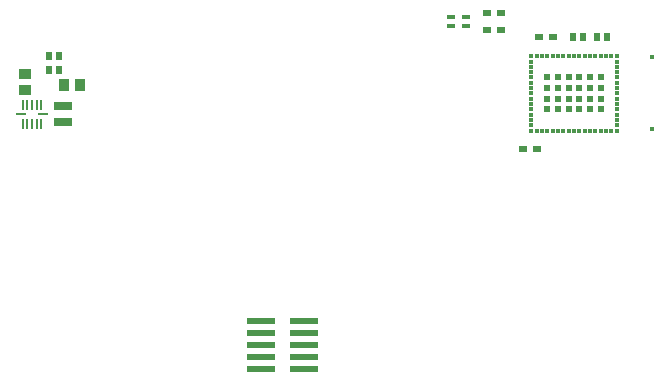
<source format=gbr>
%TF.GenerationSoftware,Altium Limited,Altium Designer,23.4.1 (23)*%
G04 Layer_Color=8421504*
%FSLAX45Y45*%
%MOMM*%
%TF.SameCoordinates,38C36DA3-20F4-41F3-B595-29ED6E075D57*%
%TF.FilePolarity,Positive*%
%TF.FileFunction,Paste,Top*%
%TF.Part,Single*%
G01*
G75*
%TA.AperFunction,SMDPad,CuDef*%
%ADD10R,0.43000X0.43000*%
%TA.AperFunction,BGAPad,CuDef*%
%ADD11R,0.60000X0.60000*%
%TA.AperFunction,ConnectorPad*%
%ADD12R,0.35000X0.30000*%
%TA.AperFunction,SMDPad,CuDef*%
%ADD13R,0.35000X0.35000*%
%TA.AperFunction,ConnectorPad*%
%ADD14R,0.30000X0.35000*%
%TA.AperFunction,SMDPad,CuDef*%
%ADD15R,0.75000X0.60000*%
%ADD16R,0.60000X0.64000*%
%ADD17R,2.40000X0.56000*%
%ADD18R,0.70000X0.40000*%
%ADD19R,0.86360X0.20320*%
%ADD20R,0.20320X0.86360*%
%ADD21R,1.60000X0.65000*%
%ADD22R,1.00000X0.90000*%
%ADD23R,0.90000X1.00000*%
D10*
X8423500Y4765000D02*
D03*
Y5375000D02*
D03*
D11*
X7900000Y5025000D02*
D03*
X7810000D02*
D03*
X7720000D02*
D03*
X7630000D02*
D03*
Y5115000D02*
D03*
X7720000D02*
D03*
X7810000D02*
D03*
X7900000D02*
D03*
X7990000D02*
D03*
Y5025000D02*
D03*
X7540000D02*
D03*
Y5115000D02*
D03*
X7990000Y4935000D02*
D03*
X7900000D02*
D03*
X7810000D02*
D03*
X7720000D02*
D03*
X7630000D02*
D03*
X7540000D02*
D03*
Y5205000D02*
D03*
X7630000D02*
D03*
X7720000D02*
D03*
X7810000D02*
D03*
X7900000D02*
D03*
X7990000D02*
D03*
D12*
X8127500Y5340000D02*
D03*
Y5295000D02*
D03*
Y5250000D02*
D03*
Y5205000D02*
D03*
Y5160000D02*
D03*
Y5115000D02*
D03*
Y5070000D02*
D03*
Y5025000D02*
D03*
Y4980000D02*
D03*
Y4935000D02*
D03*
Y4890000D02*
D03*
Y4845000D02*
D03*
Y4800000D02*
D03*
X7402500Y4800000D02*
D03*
Y4845000D02*
D03*
Y4890000D02*
D03*
Y4935000D02*
D03*
Y4980000D02*
D03*
Y5025000D02*
D03*
Y5070000D02*
D03*
Y5115000D02*
D03*
Y5160000D02*
D03*
Y5205000D02*
D03*
Y5250000D02*
D03*
Y5295000D02*
D03*
Y5340000D02*
D03*
D13*
Y4752500D02*
D03*
Y5387500D02*
D03*
X8127500Y4752500D02*
D03*
Y5387500D02*
D03*
D14*
X8080000Y4752500D02*
D03*
X8035000D02*
D03*
X7990000D02*
D03*
X7945000D02*
D03*
X7900000D02*
D03*
X7855000D02*
D03*
X7810000D02*
D03*
X7765000D02*
D03*
X7720000D02*
D03*
X7675000D02*
D03*
X7630000D02*
D03*
X7585000D02*
D03*
X7540000D02*
D03*
X7495000D02*
D03*
X7450000D02*
D03*
Y5387500D02*
D03*
X7495000D02*
D03*
X7540000D02*
D03*
X7585000D02*
D03*
X7630000D02*
D03*
X7675000D02*
D03*
X7720000D02*
D03*
X7765000D02*
D03*
X7810000D02*
D03*
X7855000D02*
D03*
X7900000D02*
D03*
X7945000D02*
D03*
X7990000D02*
D03*
X8035000D02*
D03*
X8080000D02*
D03*
D15*
X7333549Y4599271D02*
D03*
X7448549D02*
D03*
X7467500Y5550000D02*
D03*
X7582500D02*
D03*
X7027500Y5605000D02*
D03*
X7142500D02*
D03*
X7027500Y5755000D02*
D03*
X7142500D02*
D03*
D16*
X7844000Y5550000D02*
D03*
X7756000D02*
D03*
X3318500Y5387500D02*
D03*
X3406500D02*
D03*
X8044000Y5550000D02*
D03*
X7956000D02*
D03*
X3315714Y5269357D02*
D03*
X3403714D02*
D03*
D17*
X5477500Y2740000D02*
D03*
X5117500D02*
D03*
X5477500Y2840000D02*
D03*
X5117500D02*
D03*
X5477500Y2940000D02*
D03*
X5117500D02*
D03*
X5477500Y3040000D02*
D03*
X5117500D02*
D03*
X5477500Y3140000D02*
D03*
X5117500D02*
D03*
D18*
X6850000Y5645000D02*
D03*
X6720000D02*
D03*
Y5715000D02*
D03*
X6850000D02*
D03*
D19*
X3083024Y4891771D02*
D03*
X3268444D02*
D03*
D20*
X3095733Y4969241D02*
D03*
X3135734D02*
D03*
X3175734D02*
D03*
X3215733D02*
D03*
X3255734D02*
D03*
Y4814301D02*
D03*
X3215733D02*
D03*
X3175734D02*
D03*
X3135734D02*
D03*
X3095733D02*
D03*
D21*
X3435734Y4829301D02*
D03*
Y4964301D02*
D03*
D22*
X3120000Y5237500D02*
D03*
Y5102500D02*
D03*
D23*
X3578234Y5139301D02*
D03*
X3443234D02*
D03*
%TF.MD5,d551f7e79ba52f72816127251574d3b9*%
M02*

</source>
